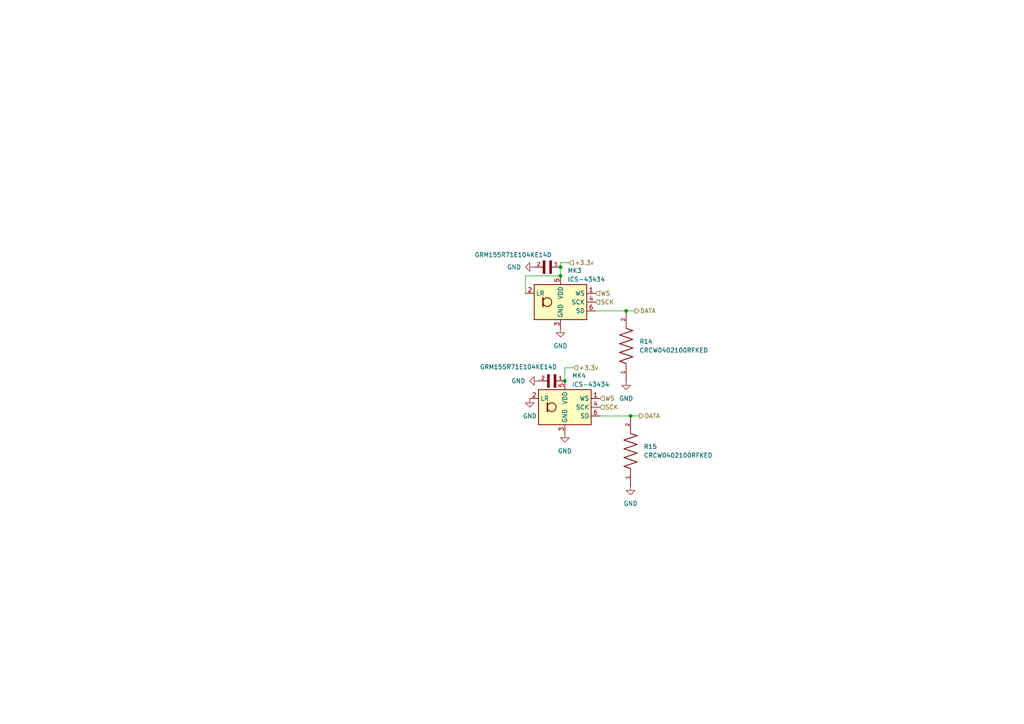
<source format=kicad_sch>
(kicad_sch (version 20250114) (generator "eeschema") (generator_version "9.0")
  (paper "A4")
  (title_block (title "Mic Cascade") (company "Maxwell Stoughton") (comment 1 "mstoughton.org"))
  (lib_symbols
    (symbol "CRCW0402100RFKED:CRCW0402100RFKED" (pin_names (offset 1.016))
      (property "Reference" "R" (at -7.6244 2.5415 0))
      (property "Value" "CRCW0402100RFKED" (at -7.63 -5.0866 0))
      (symbol "CRCW0402100RFKED_0_0"
        (polyline (pts (xy -5.08 0) (xy -4.445 1.905)) (stroke (width 0.254)))
        (polyline (pts (xy -4.445 1.905) (xy -3.175 -1.905)) (stroke (width 0.254)))
        (polyline (pts (xy -3.175 -1.905) (xy -1.905 1.905)) (stroke (width 0.254)))
        (polyline (pts (xy -1.905 1.905) (xy -0.635 -1.905)) (stroke (width 0.254)))
        (polyline (pts (xy -0.635 -1.905) (xy 0.635 1.905)) (stroke (width 0.254)))
        (polyline (pts (xy 0.635 1.905) (xy 1.905 -1.905)) (stroke (width 0.254)))
        (polyline (pts (xy 1.905 -1.905) (xy 3.175 1.905)) (stroke (width 0.254)))
        (polyline (pts (xy 3.175 1.905) (xy 4.445 -1.905)) (stroke (width 0.254)))
        (polyline (pts (xy 4.445 -1.905) (xy 5.08 0)) (stroke (width 0.254)))
        (pin passive line (at -10.16 0 0) (length 5.08) (name "~") (number "1"))
        (pin passive line (at 10.16 0 180) (length 5.08) (name "~") (number "2"))
      )
    )
    (symbol "GRM155R71E104KE14D:GRM155R71E104KE14D" (pin_names (offset 1.016))
      (property "Reference" "C" (at 0 3.8109 0))
      (property "Value" "GRM155R71E104KE14D" (at 0 -5.0885 0))
      (symbol "GRM155R71E104KE14D_0_0"
        (rectangle (start 0 -1.9069) (end 0.635 1.905) (stroke (width 0.1)) (fill (type outline)))
        (rectangle (start 1.9069 -1.9069) (end 2.54 1.905) (stroke (width 0.1)) (fill (type outline)))
        (pin passive line (at -2.54 0 0) (length 2.54) (name "~") (number "1"))
        (pin passive line (at 5.08 0 180) (length 2.54) (name "~") (number "2"))
      )
    )
    (symbol "ICS-43434_1"
      (property "Reference" "MK1" (at 2.032 9.144 0))
      (property "Value" "ICS-43434" (at 2.032 6.604 0))
      (symbol "ICS-43434_1_1_1"
        (rectangle (start -7.62 5.08) (end 7.62 -5.08) (stroke (width 0.254)) (fill (type background)))
        (polyline (pts (xy -5.08 1.27) (xy -5.08 -1.27)) (stroke (width 0.381)))
        (circle (center -3.81 0) (radius 1.27) (stroke (width 0.254)))
        (pin input line (at -10.16 2.54 0) (length 2.54) (name "LR") (number "2"))
        (pin power_in line (at 0 7.62 270) (length 2.54) (name "VDD") (number "5"))
        (pin power_in line (at 0 -7.62 90) (length 2.54) (name "GND") (number "3"))
        (pin input line (at 10.16 2.54 180) (length 2.54) (name "WS") (number "1"))
        (pin input line (at 10.16 0 180) (length 2.54) (name "SCK") (number "4"))
        (pin passive line (at 10.16 -2.54 180) (length 2.54) (name "SD") (number "6"))
      )
    )
    (symbol "Sensor_Audio:ICS-43434"
      (property "Reference" "MK" (at -7.62 6.35 0))
      (property "Value" "ICS-43434" (at 1.27 6.35 0))
      (symbol "ICS-43434_1_1"
        (rectangle (start -7.62 5.08) (end 7.62 -5.08) (stroke (width 0.254)) (fill (type background)))
        (polyline (pts (xy -5.08 1.27) (xy -5.08 -1.27)) (stroke (width 0.381)))
        (circle (center -3.81 0) (radius 1.27) (stroke (width 0.254)))
        (pin input line (at -10.16 2.54 0) (length 2.54) (name "LR") (number "2"))
        (pin power_in line (at 0 7.62 270) (length 2.54) (name "VDD") (number "5"))
        (pin power_in line (at 0 -7.62 90) (length 2.54) (name "GND") (number "3"))
        (pin input line (at 10.16 2.54 180) (length 2.54) (name "WS") (number "1"))
        (pin input line (at 10.16 0 180) (length 2.54) (name "SCK") (number "4"))
        (pin output line (at 10.16 -2.54 180) (length 2.54) (name "SD") (number "6"))
      )
    )
    (symbol "power:GND" (power) (pin_numbers (hide yes)) (pin_names (offset 0) (hide yes))
      (property "Value" "GND" (at 0 -3.81 0))
      (symbol "GND_0_1"
        (polyline (pts (xy 0 0) (xy 0 -1.27) (xy 1.27 -1.27) (xy 0 -2.54) (xy -1.27 -1.27) (xy 0 -1.27)))
      )
      (symbol "GND_1_1"
        (pin power_in line (at 0 0 270) (length 0) (name "~") (number "1"))
      )
    )
  )
  (junction (at 182.88 120.65))
  (junction (at 162.56 80.01))
  (junction (at 163.83 110.49))
  (junction (at 162.56 77.47))
  (junction (at 181.61 90.17))
  (wire (pts (xy 162.56 77.47) (xy 162.56 80.01)))
  (wire (pts (xy 185.42 120.65) (xy 182.88 120.65)))
  (wire (pts (xy 173.99 120.65) (xy 182.88 120.65)))
  (wire (pts (xy 165.1 76.2) (xy 162.56 76.2)))
  (wire (pts (xy 172.72 90.17) (xy 181.61 90.17)))
  (wire (pts (xy 162.56 80.01) (xy 152.4 80.01)))
  (wire (pts (xy 162.56 76.2) (xy 162.56 77.47)))
  (wire (pts (xy 184.15 90.17) (xy 181.61 90.17)))
  (wire (pts (xy 152.4 80.01) (xy 152.4 85.09)))
  (wire (pts (xy 166.37 106.68) (xy 163.83 106.68)))
  (wire (pts (xy 163.83 106.68) (xy 163.83 110.49)))
  (hierarchical_label "DATA" (shape output) (at 184.15 90.17 0))
  (hierarchical_label "DATA" (shape output) (at 185.42 120.65 0))
  (hierarchical_label "SCK" (shape input) (at 173.99 118.11 0))
  (hierarchical_label "+3.3v" (shape input) (at 166.37 106.68 0))
  (hierarchical_label "WS" (shape input) (at 172.72 85.09 0))
  (hierarchical_label "WS" (shape input) (at 173.99 115.57 0))
  (hierarchical_label "+3.3v" (shape input) (at 165.1 76.2 0))
  (hierarchical_label "SCK" (shape input) (at 172.72 87.63 0))
  (symbol (lib_id "power:GND") (at 156.21 110.49 270) (unit 1)
    (property "Reference" "#PWR070" (effects (hide yes)))
    (property "Value" "GND" (at 152.4 110.4899 90) (effects (justify right)))
    (property "Description" "Power symbol creates a global label with name \"GND\" , ground" (effects (hide yes)))
  )
  (symbol (lib_id "GRM155R71E104KE14D:GRM155R71E104KE14D") (at 161.29 110.49 180) (unit 1)
    (property "Reference" "C27" (effects (hide yes)))
    (property "Value" "GRM155R71E104KE14D" (at 150.368 106.426 0))
    (property "Footprint" "Custom Components:CAPC1005X55N" (effects (hide yes)))
  )
  (symbol (lib_id "power:GND") (at 153.67 115.57 0) (unit 1)
    (property "Reference" "#PWR068" (effects (hide yes)))
    (property "Value" "GND" (at 153.67 120.65 0))
    (property "Description" "Power symbol creates a global label with name \"GND\" , ground" (effects (hide yes)))
  )
  (symbol (lib_id "power:GND") (at 182.88 140.97 0) (unit 1)
    (property "Reference" "#PWR074" (effects (hide yes)))
    (property "Value" "GND" (at 182.88 146.05 0))
    (property "Description" "Power symbol creates a global label with name \"GND\" , ground" (effects (hide yes)))
  )
  (symbol (lib_id "power:GND") (at 154.94 77.47 270) (unit 1)
    (property "Reference" "#PWR069" (effects (hide yes)))
    (property "Value" "GND" (at 151.13 77.4699 90) (effects (justify right)))
    (property "Description" "Power symbol creates a global label with name \"GND\" , ground" (effects (hide yes)))
  )
  (symbol (lib_id "Sensor_Audio:ICS-43434") (at 163.83 118.11 0) (unit 1)
    (property "Reference" "MK4" (at 165.862 108.966 0) (effects (justify left)))
    (property "Value" "ICS-43434" (at 165.862 111.506 0) (effects (justify left)))
    (property "Footprint" "Sensor_Audio:InvenSense_ICS-43434-6_3.5x2.65mm" (effects (hide yes)))
    (property "Datasheet" "https://www.invensense.com/wp-content/uploads/2016/02/DS-000069-ICS-43434-v1.2.pdf" (effects (hide yes)))
    (property "Description" "TDK InvenSense MEMS Microphone, 24-bit I2S, 65 dBA SNR, LGA-6" (effects (hide yes)))
  )
  (symbol (lib_id "CRCW0402100RFKED:CRCW0402100RFKED") (at 181.61 100.33 90) (unit 1)
    (property "Reference" "R14" (at 185.42 99.0599 90) (effects (justify right)))
    (property "Value" "CRCW0402100RFKED" (at 185.42 101.5999 90) (effects (justify right)))
    (property "Footprint" "Custom Components:RESC1005X40N" (effects (hide yes)))
  )
  (symbol (lib_id "power:GND") (at 181.61 110.49 0) (unit 1)
    (property "Reference" "#PWR073" (effects (hide yes)))
    (property "Value" "GND" (at 181.61 115.57 0))
    (property "Description" "Power symbol creates a global label with name \"GND\" , ground" (effects (hide yes)))
  )
  (symbol (lib_id "GRM155R71E104KE14D:GRM155R71E104KE14D") (at 160.02 77.47 180) (unit 1)
    (property "Reference" "C26" (effects (hide yes)))
    (property "Value" "GRM155R71E104KE14D" (at 148.844 73.914 0))
    (property "Footprint" "Custom Components:CAPC1005X55N" (effects (hide yes)))
  )
  (symbol (lib_id "CRCW0402100RFKED:CRCW0402100RFKED") (at 182.88 130.81 90) (unit 1)
    (property "Reference" "R15" (at 186.69 129.5399 90) (effects (justify right)))
    (property "Value" "CRCW0402100RFKED" (at 186.69 132.0799 90) (effects (justify right)))
    (property "Footprint" "Custom Components:RESC1005X40N" (effects (hide yes)))
  )
  (symbol (lib_id "power:GND") (at 162.56 95.25 0) (unit 1)
    (property "Reference" "#PWR071" (effects (hide yes)))
    (property "Value" "GND" (at 162.56 100.33 0))
    (property "Description" "Power symbol creates a global label with name \"GND\" , ground" (effects (hide yes)))
  )
  (symbol (lib_name "ICS-43434_1") (lib_id "Sensor_Audio:ICS-43434") (at 162.56 87.63 0) (unit 1)
    (property "Reference" "MK3" (at 164.592 78.486 0) (effects (justify left)))
    (property "Value" "ICS-43434" (at 164.592 81.026 0) (effects (justify left)))
    (property "Footprint" "Sensor_Audio:InvenSense_ICS-43434-6_3.5x2.65mm" (effects (hide yes)))
    (property "Datasheet" "https://www.invensense.com/wp-content/uploads/2016/02/DS-000069-ICS-43434-v1.2.pdf" (effects (hide yes)))
    (property "Description" "TDK InvenSense MEMS Microphone, 24-bit I2S, 65 dBA SNR, LGA-6" (effects (hide yes)))
  )
  (symbol (lib_id "power:GND") (at 163.83 125.73 0) (unit 1)
    (property "Reference" "#PWR072" (effects (hide yes)))
    (property "Value" "GND" (at 163.83 130.81 0))
    (property "Description" "Power symbol creates a global label with name \"GND\" , ground" (effects (hide yes)))
  )
)
</source>
